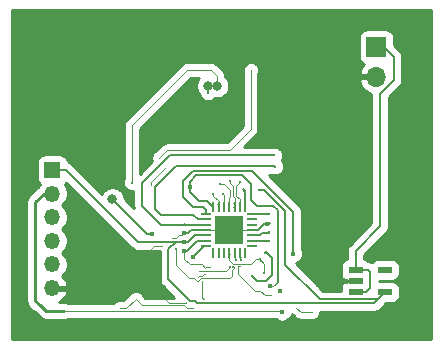
<source format=gbr>
%TF.GenerationSoftware,KiCad,Pcbnew,(5.1.10)-1*%
%TF.CreationDate,2021-12-05T10:22:04+05:30*%
%TF.ProjectId,Libobxis lab,4c69626f-6278-4697-9320-6c61622e6b69,rev?*%
%TF.SameCoordinates,Original*%
%TF.FileFunction,Copper,L2,Bot*%
%TF.FilePolarity,Positive*%
%FSLAX46Y46*%
G04 Gerber Fmt 4.6, Leading zero omitted, Abs format (unit mm)*
G04 Created by KiCad (PCBNEW (5.1.10)-1) date 2021-12-05 10:22:04*
%MOMM*%
%LPD*%
G01*
G04 APERTURE LIST*
%TA.AperFunction,SMDPad,CuDef*%
%ADD10R,2.450000X2.450000*%
%TD*%
%TA.AperFunction,SMDPad,CuDef*%
%ADD11R,0.250000X0.850000*%
%TD*%
%TA.AperFunction,SMDPad,CuDef*%
%ADD12R,0.850000X0.250000*%
%TD*%
%TA.AperFunction,ComponentPad*%
%ADD13O,1.350000X1.350000*%
%TD*%
%TA.AperFunction,ComponentPad*%
%ADD14R,1.350000X1.350000*%
%TD*%
%TA.AperFunction,ComponentPad*%
%ADD15O,1.700000X1.700000*%
%TD*%
%TA.AperFunction,ComponentPad*%
%ADD16R,1.700000X1.700000*%
%TD*%
%TA.AperFunction,SMDPad,CuDef*%
%ADD17R,1.200000X0.600000*%
%TD*%
%TA.AperFunction,ViaPad*%
%ADD18C,0.100000*%
%TD*%
%TA.AperFunction,ViaPad*%
%ADD19C,0.400000*%
%TD*%
%TA.AperFunction,ViaPad*%
%ADD20C,0.200000*%
%TD*%
%TA.AperFunction,ViaPad*%
%ADD21C,0.800000*%
%TD*%
%TA.AperFunction,Conductor*%
%ADD22C,0.200000*%
%TD*%
%TA.AperFunction,Conductor*%
%ADD23C,0.010000*%
%TD*%
%TA.AperFunction,Conductor*%
%ADD24C,0.005000*%
%TD*%
%TA.AperFunction,Conductor*%
%ADD25C,0.030000*%
%TD*%
%TA.AperFunction,Conductor*%
%ADD26C,0.001000*%
%TD*%
%TA.AperFunction,Conductor*%
%ADD27C,0.080000*%
%TD*%
%TA.AperFunction,Conductor*%
%ADD28C,0.100000*%
%TD*%
%TA.AperFunction,Conductor*%
%ADD29C,0.050000*%
%TD*%
%TA.AperFunction,Conductor*%
%ADD30C,0.250000*%
%TD*%
%TA.AperFunction,Conductor*%
%ADD31C,0.254000*%
%TD*%
G04 APERTURE END LIST*
D10*
%TO.P,U2,29*%
%TO.N,GND*%
X128270000Y-68834000D03*
D11*
%TO.P,U2,28*%
%TO.N,Net-(U2-Pad28)*%
X126920000Y-70784000D03*
%TO.P,U2,27*%
%TO.N,Net-(U2-Pad27)*%
X127370000Y-70784000D03*
%TO.P,U2,26*%
%TO.N,Net-(U2-Pad26)*%
X127820000Y-70784000D03*
%TO.P,U2,25*%
%TO.N,RST*%
X128270000Y-70784000D03*
%TO.P,U2,24*%
%TO.N,SCL*%
X128720000Y-70784000D03*
%TO.P,U2,23*%
%TO.N,SDA*%
X129170000Y-70784000D03*
%TO.P,U2,22*%
%TO.N,Net-(U2-Pad22)*%
X129620000Y-70784000D03*
D12*
%TO.P,U2,21*%
%TO.N,Net-(U2-Pad21)*%
X130220000Y-70184000D03*
%TO.P,U2,20*%
%TO.N,GPIO12*%
X130220000Y-69734000D03*
%TO.P,U2,19*%
%TO.N,GPIO11*%
X130220000Y-69284000D03*
%TO.P,U2,18*%
%TO.N,GND*%
X130220000Y-68834000D03*
%TO.P,U2,17*%
%TO.N,Net-(U2-Pad17)*%
X130220000Y-68384000D03*
%TO.P,U2,16*%
%TO.N,Net-(U2-Pad16)*%
X130220000Y-67934000D03*
%TO.P,U2,15*%
%TO.N,SCK*%
X130220000Y-67484000D03*
D11*
%TO.P,U2,14*%
%TO.N,MISO*%
X129620000Y-66884000D03*
%TO.P,U2,13*%
%TO.N,MOSI*%
X129170000Y-66884000D03*
%TO.P,U2,12*%
%TO.N,GPIO10*%
X128720000Y-66884000D03*
%TO.P,U2,11*%
%TO.N,GPIO9*%
X128270000Y-66884000D03*
%TO.P,U2,10*%
%TO.N,GPIO8*%
X127820000Y-66884000D03*
%TO.P,U2,9*%
%TO.N,GPIO7*%
X127370000Y-66884000D03*
%TO.P,U2,8*%
%TO.N,GPIO6*%
X126920000Y-66884000D03*
D12*
%TO.P,U2,7*%
%TO.N,GPIO5*%
X126320000Y-67484000D03*
%TO.P,U2,6*%
%TO.N,GPIO4*%
X126320000Y-67934000D03*
%TO.P,U2,5*%
%TO.N,GPIO3*%
X126320000Y-68384000D03*
%TO.P,U2,4*%
%TO.N,GND*%
X126320000Y-68834000D03*
%TO.P,U2,3*%
%TO.N,VCC*%
X126320000Y-69284000D03*
%TO.P,U2,2*%
%TO.N,GPIO2*%
X126320000Y-69734000D03*
%TO.P,U2,1*%
%TO.N,GPIO1*%
X126320000Y-70184000D03*
%TD*%
D13*
%TO.P,J2,6*%
%TO.N,GND*%
X113284000Y-73754000D03*
%TO.P,J2,5*%
%TO.N,SCK*%
X113284000Y-71754000D03*
%TO.P,J2,4*%
%TO.N,MISO*%
X113284000Y-69754000D03*
%TO.P,J2,3*%
%TO.N,MOSI*%
X113284000Y-67754000D03*
%TO.P,J2,2*%
%TO.N,RST*%
X113284000Y-65754000D03*
D14*
%TO.P,J2,1*%
%TO.N,VCC*%
X113284000Y-63754000D03*
%TD*%
D15*
%TO.P,J1,2*%
%TO.N,GND*%
X140716000Y-55880000D03*
D16*
%TO.P,J1,1*%
%TO.N,Vin*%
X140716000Y-53340000D03*
%TD*%
D17*
%TO.P,IC1,5*%
%TO.N,VCC*%
X141458000Y-74102000D03*
%TO.P,IC1,4*%
%TO.N,Net-(IC1-Pad4)*%
X141458000Y-72202000D03*
%TO.P,IC1,3*%
%TO.N,Vin*%
X138958000Y-72202000D03*
%TO.P,IC1,2*%
%TO.N,GND*%
X138958000Y-73152000D03*
%TO.P,IC1,1*%
%TO.N,Vin*%
X138958000Y-74102000D03*
%TD*%
D18*
%TO.N,*%
X127780000Y-73750000D03*
X127850000Y-73040000D03*
X127870000Y-72810000D03*
%TO.N,GND*%
X125530000Y-74550000D03*
X124660000Y-74930000D03*
X122150000Y-73670000D03*
X121530000Y-71020000D03*
X121860000Y-70220000D03*
X122570000Y-70120000D03*
X123460000Y-69480000D03*
X123990000Y-69260000D03*
%TO.N,GPIO1*%
X122830000Y-65390000D03*
X130130000Y-55300000D03*
X121610000Y-65000000D03*
D19*
X125222000Y-71120000D03*
D18*
X122360000Y-62720000D03*
X122920000Y-63460000D03*
%TO.N,GND*%
X120610000Y-70920000D03*
X118320000Y-71010000D03*
X139360000Y-59780000D03*
X139580000Y-62040000D03*
X135680000Y-73540000D03*
X132760000Y-57820000D03*
X133200000Y-57290000D03*
X137620000Y-73120000D03*
D20*
X131673600Y-68262500D03*
D19*
X124460000Y-69088000D03*
D18*
%TO.N,GPIO2*%
X125620000Y-72810000D03*
X125990000Y-73170000D03*
X126620000Y-71940000D03*
X126190000Y-72480000D03*
X125220000Y-75420000D03*
X126090000Y-74680000D03*
X120350000Y-74650000D03*
D19*
X124460000Y-70612000D03*
D18*
X119040000Y-75416990D03*
D20*
%TO.N,GPIO3*%
X132097780Y-62527180D03*
%TO.N,GPIO4*%
X132181600Y-63469520D03*
D19*
%TO.N,GPIO5*%
X133686790Y-70827900D03*
%TO.N,GPIO6*%
X124932440Y-65186560D03*
X131737100Y-73609200D03*
D20*
%TO.N,GPIO7*%
X126900940Y-65770760D03*
%TO.N,GPIO8*%
X127701040Y-65763140D03*
%TO.N,GPIO9*%
X127508000Y-64973200D03*
%TO.N,GPIO10*%
X128371600Y-64668400D03*
%TO.N,GPIO11*%
X131650740Y-69019420D03*
%TO.N,GPIO12*%
X131605020Y-69778880D03*
D19*
%TO.N,VCC*%
X124460000Y-69850000D03*
D20*
X130801350Y-65432940D03*
D18*
%TO.N,SDA*%
X129170000Y-71900000D03*
X130898900Y-73990200D03*
X135255000Y-75806300D03*
D21*
X126492000Y-56642000D03*
D20*
X129235200Y-71399400D03*
D18*
X131838700Y-74379990D03*
X133921500Y-75400010D03*
D20*
%TO.N,SCL*%
X120002300Y-64820800D03*
X128562100Y-72009000D03*
X128866900Y-71399400D03*
D21*
X127254000Y-56642000D03*
D20*
X123745900Y-70418600D03*
%TO.N,SCK*%
X131653280Y-67477640D03*
%TO.N,MISO*%
X129491740Y-65529460D03*
X131384040Y-70688200D03*
X130215640Y-72765920D03*
%TO.N,MOSI*%
X128333500Y-71932800D03*
X129184400Y-64770000D03*
D21*
X118381780Y-66233040D03*
D19*
X121767600Y-69138800D03*
D18*
X125679200Y-72288400D03*
D19*
%TO.N,RST*%
X132588000Y-73964800D03*
D20*
X131241800Y-72517000D03*
X130848100Y-71323200D03*
D19*
X132740400Y-75750010D03*
%TD*%
D22*
%TO.N,GPIO1*%
X126158000Y-70184000D02*
X125222000Y-71120000D01*
X126320000Y-70184000D02*
X126158000Y-70184000D01*
D23*
X121610000Y-65000000D02*
X121610000Y-64770000D01*
X122800000Y-63580000D02*
X122810000Y-63570000D01*
X121610000Y-64770000D02*
X122800000Y-63580000D01*
X122920000Y-63460000D02*
X122800000Y-63580000D01*
X130100000Y-55330000D02*
X130130000Y-55300000D01*
X130100000Y-60301329D02*
X130100000Y-55330000D01*
X128351329Y-62050000D02*
X130100000Y-60301329D01*
X123030000Y-62050000D02*
X128351329Y-62050000D01*
X122360000Y-62720000D02*
X123030000Y-62050000D01*
D22*
%TO.N,GND*%
X124734002Y-69088000D02*
X124460000Y-69088000D01*
X124988002Y-68834000D02*
X124734002Y-69088000D01*
X126320000Y-68834000D02*
X124988002Y-68834000D01*
X131315803Y-68262500D02*
X131673600Y-68262500D01*
X130744303Y-68834000D02*
X131315803Y-68262500D01*
X130220000Y-68834000D02*
X130744303Y-68834000D01*
X137652000Y-73152000D02*
X137620000Y-73120000D01*
X138958000Y-73152000D02*
X137652000Y-73152000D01*
X132760000Y-57730000D02*
X133200000Y-57290000D01*
X132760000Y-57820000D02*
X132760000Y-57730000D01*
X137264000Y-73540000D02*
X137652000Y-73152000D01*
X135680000Y-73540000D02*
X137264000Y-73540000D01*
D23*
X113284000Y-73754000D02*
X112814000Y-73754000D01*
D24*
X139580000Y-60000000D02*
X139360000Y-59780000D01*
X139580000Y-62040000D02*
X139580000Y-60000000D01*
X120520000Y-71010000D02*
X120610000Y-70920000D01*
X118320000Y-71010000D02*
X120520000Y-71010000D01*
D25*
X126320000Y-68834000D02*
X130220000Y-68834000D01*
D24*
X121530000Y-70550000D02*
X121860000Y-70220000D01*
X121530000Y-71020000D02*
X121530000Y-70550000D01*
X122502510Y-70220000D02*
X122570000Y-70152510D01*
X121860000Y-70220000D02*
X122502510Y-70220000D01*
X123770000Y-69480000D02*
X123990000Y-69260000D01*
X123460000Y-69480000D02*
X123770000Y-69480000D01*
X124288000Y-69260000D02*
X124460000Y-69088000D01*
X123990000Y-69260000D02*
X124288000Y-69260000D01*
X121430000Y-70920000D02*
X121530000Y-71020000D01*
X120610000Y-70920000D02*
X121430000Y-70920000D01*
D26*
X122150000Y-73670000D02*
X122150000Y-74000000D01*
X124585510Y-75004490D02*
X124633258Y-74956742D01*
X123154490Y-75004490D02*
X124585510Y-75004490D01*
X122150000Y-74000000D02*
X123154490Y-75004490D01*
D22*
%TO.N,GPIO2*%
X125571998Y-69734000D02*
X126320000Y-69734000D01*
X124693998Y-70612000D02*
X125571998Y-69734000D01*
X124460000Y-70612000D02*
X124693998Y-70612000D01*
D23*
X119538010Y-75461990D02*
X119040000Y-75461990D01*
X120350000Y-74650000D02*
X119538010Y-75461990D01*
D24*
X124460000Y-70840000D02*
X124440000Y-70860000D01*
X124460000Y-70612000D02*
X124460000Y-70840000D01*
X124460000Y-71249702D02*
X124940298Y-71730000D01*
X124460000Y-70612000D02*
X124460000Y-71249702D01*
X125120000Y-71730000D02*
X125130000Y-71740000D01*
X124940298Y-71730000D02*
X125120000Y-71730000D01*
X125130000Y-71740000D02*
X125920000Y-71740000D01*
X125920000Y-71740000D02*
X126225890Y-72045890D01*
X126331780Y-71940000D02*
X126225890Y-72045890D01*
X126620000Y-71940000D02*
X126331780Y-71940000D01*
X125990000Y-74580000D02*
X125990000Y-73170911D01*
X126090000Y-74680000D02*
X125990000Y-74580000D01*
D26*
X126111090Y-72528910D02*
X126190000Y-72528910D01*
X125951099Y-72688901D02*
X126111090Y-72528910D01*
X125620000Y-72810000D02*
X125690000Y-72740000D01*
X125690000Y-72740000D02*
X125690000Y-72710000D01*
X125701099Y-72698901D02*
X125690000Y-72710000D01*
X125701099Y-72688901D02*
X125701099Y-72698901D01*
X125701099Y-72688901D02*
X125951099Y-72688901D01*
D23*
X125149290Y-75420000D02*
X125220000Y-75420000D01*
X125124290Y-75445000D02*
X125149290Y-75420000D01*
X124685000Y-75445000D02*
X125124290Y-75445000D01*
X124450000Y-75210000D02*
X124685000Y-75445000D01*
X120910000Y-75210000D02*
X124450000Y-75210000D01*
X120350000Y-74650000D02*
X120910000Y-75210000D01*
D22*
%TO.N,GPIO3*%
X124518000Y-68384000D02*
X124460000Y-68326000D01*
X126320000Y-68384000D02*
X124518000Y-68384000D01*
X120886220Y-66802000D02*
X120886220Y-64894460D01*
X124518000Y-68384000D02*
X122468220Y-68384000D01*
X122468220Y-68384000D02*
X120886220Y-66802000D01*
X120886220Y-64894460D02*
X123253500Y-62527180D01*
X123253500Y-62527180D02*
X132097780Y-62527180D01*
%TO.N,GPIO4*%
X123752571Y-63412409D02*
X132124489Y-63412409D01*
X122001280Y-67068700D02*
X122001280Y-65163700D01*
X122496580Y-67564000D02*
X122001280Y-67068700D01*
X125222000Y-67564000D02*
X122496580Y-67564000D01*
X125592000Y-67934000D02*
X125222000Y-67564000D01*
X132124489Y-63412409D02*
X132181600Y-63469520D01*
X122001280Y-65163700D02*
X123752571Y-63412409D01*
X126320000Y-67934000D02*
X125592000Y-67934000D01*
%TO.N,GPIO5*%
X126320000Y-67484000D02*
X126318000Y-67484000D01*
X125216920Y-63812420D02*
X130216832Y-63812420D01*
X124320300Y-64709040D02*
X125216920Y-63812420D01*
X126320000Y-67484000D02*
X126320000Y-67159000D01*
X125171200Y-66890900D02*
X124320300Y-66040000D01*
X124320300Y-66040000D02*
X124320300Y-64709040D01*
X126051900Y-66890900D02*
X125171200Y-66890900D01*
X133686790Y-67282378D02*
X133686790Y-70827900D01*
X130216832Y-63812420D02*
X133686790Y-67282378D01*
X126320000Y-67159000D02*
X126051900Y-66890900D01*
%TO.N,GPIO6*%
X126920000Y-66884000D02*
X126920000Y-66628000D01*
X126920000Y-66884000D02*
X126411280Y-66375280D01*
X126411280Y-66375280D02*
X125679200Y-66375280D01*
X124932440Y-65628520D02*
X124932440Y-65186560D01*
X125679200Y-66375280D02*
X124932440Y-65628520D01*
X132373601Y-67161959D02*
X132373601Y-73219079D01*
X130101340Y-66289641D02*
X130589338Y-66777639D01*
X131989281Y-66777639D02*
X132373601Y-67161959D01*
X130101340Y-64973200D02*
X130101340Y-66289641D01*
X130589338Y-66777639D02*
X131989281Y-66777639D01*
X129340570Y-64212430D02*
X130101340Y-64973200D01*
X125467885Y-64212430D02*
X129340570Y-64212430D01*
X124932440Y-64747875D02*
X125467885Y-64212430D01*
X124932440Y-65186560D02*
X124932440Y-64747875D01*
D27*
X131983480Y-73609200D02*
X132373601Y-73219079D01*
X131737100Y-73609200D02*
X131983480Y-73609200D01*
D22*
%TO.N,GPIO7*%
X127370000Y-66664000D02*
X127345001Y-66639001D01*
X127370000Y-66884000D02*
X127370000Y-66664000D01*
X127370000Y-66686000D02*
X127394999Y-66661001D01*
X127370000Y-66884000D02*
X127370000Y-66686000D01*
X127370000Y-66620820D02*
X127345001Y-66595821D01*
X127370000Y-66884000D02*
X127370000Y-66620820D01*
D28*
X127370000Y-66884000D02*
X127370000Y-66410000D01*
X126900940Y-65940940D02*
X126900940Y-65770760D01*
X127370000Y-66410000D02*
X126900940Y-65940940D01*
D22*
%TO.N,GPIO8*%
X127820000Y-66606000D02*
X127795001Y-66581001D01*
X127820000Y-66884000D02*
X127820000Y-66606000D01*
X127820000Y-66606000D02*
X127844999Y-66581001D01*
D28*
X127820000Y-65882100D02*
X127701040Y-65763140D01*
X127820000Y-66884000D02*
X127820000Y-65882100D01*
D27*
%TO.N,GPIO9*%
X128351041Y-65480961D02*
X128351041Y-65473341D01*
X128351041Y-65473341D02*
X128087041Y-65209341D01*
D23*
X128087041Y-65209341D02*
X128042643Y-65209341D01*
X128042643Y-65209341D02*
X127806502Y-64973200D01*
X127806502Y-64973200D02*
X127508000Y-64973200D01*
D28*
X128270000Y-66884000D02*
X128270000Y-66156182D01*
X128270000Y-66156182D02*
X128351041Y-66075141D01*
X128351041Y-66075141D02*
X128351041Y-65480961D01*
D22*
%TO.N,GPIO10*%
X128720000Y-66884000D02*
X128720000Y-66609380D01*
X128720000Y-66609380D02*
X128695001Y-66584381D01*
X128695001Y-66859001D02*
X128720000Y-66884000D01*
D29*
X128720000Y-66884000D02*
X128720000Y-66132367D01*
D23*
X128371600Y-64852602D02*
X128371600Y-64668400D01*
X128606051Y-65087053D02*
X128371600Y-64852602D01*
X128606051Y-65990134D02*
X128606051Y-65087053D01*
X128720000Y-66104083D02*
X128606051Y-65990134D01*
X128720000Y-66132367D02*
X128720000Y-66104083D01*
D22*
%TO.N,GPIO11*%
X130860002Y-69284000D02*
X130220000Y-69284000D01*
X131065123Y-69078879D02*
X130860002Y-69284000D01*
X131642081Y-69078879D02*
X131065123Y-69078879D01*
X131650740Y-69070220D02*
X131642081Y-69078879D01*
X131650740Y-69019420D02*
X131650740Y-69070220D01*
%TO.N,GPIO12*%
X131560140Y-69734000D02*
X130220000Y-69734000D01*
X131605020Y-69778880D02*
X131560140Y-69734000D01*
%TO.N,VCC*%
X126320000Y-69284000D02*
X125280000Y-69284000D01*
X125280000Y-69304002D02*
X124734002Y-69850000D01*
X124734002Y-69850000D02*
X124460000Y-69850000D01*
X125280000Y-69284000D02*
X125280000Y-69304002D01*
X140857999Y-74702001D02*
X141458000Y-74102000D01*
X140857999Y-74702001D02*
X135923939Y-74702001D01*
X132986780Y-67195700D02*
X131224020Y-65432940D01*
X131224020Y-65432940D02*
X130801350Y-65432940D01*
X135923939Y-74702001D02*
X132986780Y-71764842D01*
X132986780Y-71764842D02*
X132986780Y-67195700D01*
X113284000Y-63754000D02*
X114429540Y-63754000D01*
X120525540Y-69850000D02*
X124460000Y-69850000D01*
X114429540Y-63754000D02*
X120525540Y-69850000D01*
X140857999Y-74702001D02*
X140520000Y-75040000D01*
X123121420Y-70477380D02*
X123748800Y-69850000D01*
X125520001Y-75040000D02*
X125520001Y-75031999D01*
X140520000Y-75040000D02*
X125520001Y-75040000D01*
X124976749Y-74875249D02*
X123121420Y-73019920D01*
X125338001Y-74849999D02*
X125001999Y-74849999D01*
X123748800Y-69850000D02*
X124460000Y-69850000D01*
X123121420Y-73019920D02*
X123121420Y-70477380D01*
X125001999Y-74849999D02*
X124976749Y-74875249D01*
X125520001Y-75031999D02*
X125338001Y-74849999D01*
%TO.N,Vin*%
X138958000Y-74102000D02*
X139837120Y-74102000D01*
X139837120Y-74102000D02*
X140172440Y-73766680D01*
X140172440Y-73766680D02*
X140172440Y-72379840D01*
X139994600Y-72202000D02*
X138958000Y-72202000D01*
X140172440Y-72379840D02*
X139994600Y-72202000D01*
X138958000Y-72202000D02*
X138958000Y-70609780D01*
X138958000Y-70609780D02*
X141043660Y-68524120D01*
X141043660Y-68524120D02*
X141043660Y-57279540D01*
X141043660Y-57279540D02*
X142176500Y-56146700D01*
X142176500Y-56146700D02*
X142176500Y-54183280D01*
X141333220Y-53340000D02*
X140716000Y-53340000D01*
X142176500Y-54183280D02*
X141333220Y-53340000D01*
%TO.N,SDA*%
X126492000Y-56642000D02*
X126492000Y-57207685D01*
D23*
X129170000Y-71004000D02*
X129289999Y-71123999D01*
X129170000Y-70784000D02*
X129170000Y-71004000D01*
X129209800Y-71399400D02*
X129170000Y-71359600D01*
X129235200Y-71399400D02*
X129209800Y-71399400D01*
X129170000Y-71359600D02*
X129170000Y-70784000D01*
D24*
X130898900Y-73990200D02*
X130454400Y-73990200D01*
X130454400Y-73990200D02*
X129032000Y-72567800D01*
X129032000Y-72567800D02*
X129032000Y-71911911D01*
X129032000Y-71911911D02*
X129170000Y-71911911D01*
X130898900Y-73990200D02*
X131288690Y-74379990D01*
X134327790Y-75806300D02*
X133921500Y-75400010D01*
X135255000Y-75806300D02*
X134327790Y-75806300D01*
X131288690Y-74379990D02*
X131838700Y-74379990D01*
D27*
%TO.N,SCL*%
X120002300Y-64820800D02*
X120002300Y-59982100D01*
X120002300Y-59982100D02*
X124726700Y-55257700D01*
X124726700Y-55257700D02*
X126695200Y-55257700D01*
X127254000Y-55816500D02*
X127254000Y-56642000D01*
X126695200Y-55257700D02*
X127254000Y-55816500D01*
D25*
X128366599Y-72928401D02*
X128535001Y-72759999D01*
X128648501Y-72084001D02*
X128648501Y-72009000D01*
X128535001Y-72197501D02*
X128648501Y-72084001D01*
X128535001Y-72759999D02*
X128535001Y-72197501D01*
D24*
X128720000Y-71252500D02*
X128720000Y-70784000D01*
X128866900Y-71399400D02*
X128720000Y-71252500D01*
X123745900Y-70418600D02*
X123745900Y-71807590D01*
X123745900Y-71807590D02*
X124864155Y-72925845D01*
X124864155Y-72925845D02*
X124866711Y-72928401D01*
X127368401Y-72928401D02*
X128366599Y-72928401D01*
X127357499Y-72917499D02*
X127368401Y-72928401D01*
X125868799Y-72917499D02*
X127357499Y-72917499D01*
X125606298Y-73180000D02*
X125868799Y-72917499D01*
X125530000Y-73180000D02*
X125606298Y-73180000D01*
X125275845Y-72925845D02*
X125530000Y-73180000D01*
X124864155Y-72925845D02*
X125275845Y-72925845D01*
D22*
%TO.N,SCK*%
X130226360Y-67477640D02*
X130220000Y-67484000D01*
X131653280Y-67477640D02*
X130226360Y-67477640D01*
%TO.N,MISO*%
X129620000Y-65560170D02*
X129401330Y-65341500D01*
X131325620Y-70746620D02*
X131384040Y-70688200D01*
X129620000Y-65657720D02*
X129491740Y-65529460D01*
X129620000Y-66884000D02*
X129620000Y-65657720D01*
X130615639Y-73165919D02*
X131354881Y-73165919D01*
X130215640Y-72765920D02*
X130615639Y-73165919D01*
X131400001Y-73140801D02*
X131927600Y-72613202D01*
X131379999Y-73140801D02*
X131400001Y-73140801D01*
X131354881Y-73165919D02*
X131379999Y-73140801D01*
X131927600Y-71231760D02*
X131384040Y-70688200D01*
X131927600Y-72613202D02*
X131927600Y-71231760D01*
%TO.N,MOSI*%
X129170000Y-66711400D02*
X129145001Y-66686401D01*
X129170000Y-66884000D02*
X129170000Y-66711400D01*
X129170000Y-66641140D02*
X129145001Y-66616141D01*
X129170000Y-66884000D02*
X129170000Y-66641140D01*
D29*
X129170000Y-66884000D02*
X129170000Y-66228800D01*
X129170000Y-66228800D02*
X128866739Y-65925539D01*
X128866739Y-65087661D02*
X129184400Y-64770000D01*
X128866739Y-65925539D02*
X128866739Y-65087661D01*
D22*
X121287540Y-69138800D02*
X121767600Y-69138800D01*
X118381780Y-66233040D02*
X121287540Y-69138800D01*
D27*
X125679200Y-72288400D02*
X127977900Y-72288400D01*
X127977900Y-72288400D02*
X128333500Y-71932800D01*
D30*
%TO.N,RST*%
X112554000Y-65754000D02*
X113284000Y-65754000D01*
X111856010Y-66451990D02*
X112554000Y-65754000D01*
X114300000Y-75692000D02*
X112776000Y-75692000D01*
X114300000Y-75692000D02*
X114046000Y-75692000D01*
X112776000Y-75692000D02*
X112268000Y-75184000D01*
X112206020Y-75184000D02*
X111856010Y-74833990D01*
X112268000Y-75184000D02*
X112206020Y-75184000D01*
X111856010Y-74833990D02*
X111856010Y-66451990D01*
D23*
X128320800Y-70834800D02*
X128270000Y-70784000D01*
D27*
X131241800Y-71716900D02*
X130848100Y-71323200D01*
X131241800Y-72517000D02*
X131241800Y-71716900D01*
D23*
X130848100Y-71323200D02*
X130848100Y-71462900D01*
X130517900Y-71323200D02*
X130848100Y-71323200D01*
X130136699Y-71704401D02*
X130517900Y-71323200D01*
X128562301Y-71704401D02*
X130136699Y-71704401D01*
X128270000Y-71412100D02*
X128562301Y-71704401D01*
X128270000Y-70784000D02*
X128270000Y-71412100D01*
X128270000Y-71412100D02*
X128270000Y-71417898D01*
D29*
X114300000Y-75692000D02*
X132682390Y-75692000D01*
X132682390Y-75692000D02*
X132740400Y-75750010D01*
%TD*%
D31*
%TO.N,GND*%
X145390000Y-78080000D02*
X109880000Y-78080000D01*
X109880000Y-66451990D01*
X111092334Y-66451990D01*
X111096011Y-66489322D01*
X111096010Y-74796668D01*
X111092334Y-74833990D01*
X111096010Y-74871312D01*
X111096010Y-74871322D01*
X111107007Y-74982975D01*
X111140237Y-75092521D01*
X111150464Y-75126236D01*
X111221036Y-75258266D01*
X111244650Y-75287039D01*
X111316009Y-75373991D01*
X111345013Y-75397794D01*
X111642216Y-75694997D01*
X111666019Y-75724001D01*
X111781744Y-75818974D01*
X111881487Y-75872289D01*
X112212200Y-76203002D01*
X112235999Y-76232001D01*
X112351724Y-76326974D01*
X112483753Y-76397546D01*
X112627014Y-76441003D01*
X112738667Y-76452000D01*
X112738676Y-76452000D01*
X112775999Y-76455676D01*
X112813322Y-76452000D01*
X114337333Y-76452000D01*
X114448986Y-76441003D01*
X114592247Y-76397546D01*
X114677456Y-76352000D01*
X132161522Y-76352000D01*
X132208119Y-76398597D01*
X132344879Y-76489977D01*
X132496840Y-76552921D01*
X132658160Y-76585010D01*
X132822640Y-76585010D01*
X132983960Y-76552921D01*
X133135921Y-76489977D01*
X133272681Y-76398597D01*
X133388987Y-76282291D01*
X133480367Y-76145531D01*
X133543311Y-75993570D01*
X133547247Y-75973784D01*
X133597031Y-76007049D01*
X133648155Y-76028225D01*
X133854866Y-76234936D01*
X133874829Y-76259261D01*
X133971901Y-76338926D01*
X134082649Y-76398122D01*
X134202818Y-76434575D01*
X134296478Y-76443800D01*
X134296486Y-76443800D01*
X134327790Y-76446883D01*
X134359094Y-76443800D01*
X135004071Y-76443800D01*
X135055193Y-76464975D01*
X135187533Y-76491300D01*
X135322467Y-76491300D01*
X135454807Y-76464975D01*
X135579469Y-76413339D01*
X135691662Y-76338374D01*
X135787074Y-76242962D01*
X135862039Y-76130769D01*
X135913675Y-76006107D01*
X135940000Y-75873767D01*
X135940000Y-75775000D01*
X140483895Y-75775000D01*
X140520000Y-75778556D01*
X140556105Y-75775000D01*
X140664085Y-75764365D01*
X140802633Y-75722337D01*
X140930320Y-75654087D01*
X141042238Y-75562238D01*
X141065259Y-75534187D01*
X141352186Y-75247260D01*
X141380237Y-75224239D01*
X141403257Y-75196189D01*
X141559374Y-75040072D01*
X142058000Y-75040072D01*
X142182482Y-75027812D01*
X142302180Y-74991502D01*
X142412494Y-74932537D01*
X142509185Y-74853185D01*
X142588537Y-74756494D01*
X142647502Y-74646180D01*
X142683812Y-74526482D01*
X142696072Y-74402000D01*
X142696072Y-73802000D01*
X142683812Y-73677518D01*
X142647502Y-73557820D01*
X142588537Y-73447506D01*
X142509185Y-73350815D01*
X142412494Y-73271463D01*
X142302180Y-73212498D01*
X142182482Y-73176188D01*
X142058000Y-73163928D01*
X140907440Y-73163928D01*
X140907440Y-73140072D01*
X142058000Y-73140072D01*
X142182482Y-73127812D01*
X142302180Y-73091502D01*
X142412494Y-73032537D01*
X142509185Y-72953185D01*
X142588537Y-72856494D01*
X142647502Y-72746180D01*
X142683812Y-72626482D01*
X142696072Y-72502000D01*
X142696072Y-71902000D01*
X142683812Y-71777518D01*
X142647502Y-71657820D01*
X142588537Y-71547506D01*
X142509185Y-71450815D01*
X142412494Y-71371463D01*
X142302180Y-71312498D01*
X142182482Y-71276188D01*
X142058000Y-71263928D01*
X140858000Y-71263928D01*
X140733518Y-71276188D01*
X140613820Y-71312498D01*
X140503506Y-71371463D01*
X140406815Y-71450815D01*
X140328030Y-71546815D01*
X140277233Y-71519663D01*
X140138685Y-71477635D01*
X140030705Y-71467000D01*
X140021743Y-71466117D01*
X140009185Y-71450815D01*
X139912494Y-71371463D01*
X139802180Y-71312498D01*
X139693000Y-71279379D01*
X139693000Y-70914226D01*
X141537857Y-69069370D01*
X141565897Y-69046358D01*
X141588910Y-69018317D01*
X141588913Y-69018314D01*
X141657747Y-68934440D01*
X141725997Y-68806754D01*
X141768025Y-68668205D01*
X141782216Y-68524120D01*
X141778660Y-68488015D01*
X141778660Y-57583986D01*
X142670697Y-56691950D01*
X142698737Y-56668938D01*
X142721750Y-56640897D01*
X142721753Y-56640894D01*
X142790587Y-56557020D01*
X142858837Y-56429334D01*
X142900865Y-56290785D01*
X142915056Y-56146700D01*
X142911500Y-56110595D01*
X142911500Y-54219384D01*
X142915056Y-54183279D01*
X142900865Y-54039194D01*
X142875048Y-53954087D01*
X142858837Y-53900647D01*
X142790587Y-53772960D01*
X142698738Y-53661042D01*
X142670693Y-53638026D01*
X142204072Y-53171406D01*
X142204072Y-52490000D01*
X142191812Y-52365518D01*
X142155502Y-52245820D01*
X142096537Y-52135506D01*
X142017185Y-52038815D01*
X141920494Y-51959463D01*
X141810180Y-51900498D01*
X141690482Y-51864188D01*
X141566000Y-51851928D01*
X139866000Y-51851928D01*
X139741518Y-51864188D01*
X139621820Y-51900498D01*
X139511506Y-51959463D01*
X139414815Y-52038815D01*
X139335463Y-52135506D01*
X139276498Y-52245820D01*
X139240188Y-52365518D01*
X139227928Y-52490000D01*
X139227928Y-54190000D01*
X139240188Y-54314482D01*
X139276498Y-54434180D01*
X139335463Y-54544494D01*
X139414815Y-54641185D01*
X139511506Y-54720537D01*
X139621820Y-54779502D01*
X139702466Y-54803966D01*
X139618412Y-54879731D01*
X139444359Y-55113080D01*
X139319175Y-55375901D01*
X139274524Y-55523110D01*
X139395845Y-55753000D01*
X140589000Y-55753000D01*
X140589000Y-55733000D01*
X140843000Y-55733000D01*
X140843000Y-55753000D01*
X140863000Y-55753000D01*
X140863000Y-56007000D01*
X140843000Y-56007000D01*
X140843000Y-56027000D01*
X140589000Y-56027000D01*
X140589000Y-56007000D01*
X139395845Y-56007000D01*
X139274524Y-56236890D01*
X139319175Y-56384099D01*
X139444359Y-56646920D01*
X139618412Y-56880269D01*
X139834645Y-57075178D01*
X140084748Y-57224157D01*
X140307429Y-57303149D01*
X140308661Y-57315655D01*
X140308660Y-68219673D01*
X138463808Y-70064526D01*
X138435763Y-70087542D01*
X138343914Y-70199460D01*
X138284730Y-70310185D01*
X138275664Y-70327147D01*
X138233635Y-70465695D01*
X138219444Y-70609780D01*
X138223001Y-70645895D01*
X138223001Y-71279378D01*
X138113820Y-71312498D01*
X138003506Y-71371463D01*
X137906815Y-71450815D01*
X137827463Y-71547506D01*
X137768498Y-71657820D01*
X137732188Y-71777518D01*
X137719928Y-71902000D01*
X137719928Y-72502000D01*
X137732188Y-72626482D01*
X137747512Y-72677000D01*
X137732188Y-72727518D01*
X137719928Y-72852000D01*
X137723000Y-72866250D01*
X137881750Y-73025000D01*
X137994322Y-73025000D01*
X138003506Y-73032537D01*
X138113820Y-73091502D01*
X138233518Y-73127812D01*
X138358000Y-73140072D01*
X139105000Y-73140072D01*
X139105000Y-73163928D01*
X138358000Y-73163928D01*
X138233518Y-73176188D01*
X138113820Y-73212498D01*
X138003506Y-73271463D01*
X137994322Y-73279000D01*
X137881750Y-73279000D01*
X137723000Y-73437750D01*
X137719928Y-73452000D01*
X137732188Y-73576482D01*
X137747512Y-73627000D01*
X137732188Y-73677518D01*
X137719928Y-73802000D01*
X137719928Y-73967001D01*
X136228386Y-73967001D01*
X133898526Y-71637141D01*
X133930350Y-71630811D01*
X134082311Y-71567867D01*
X134219071Y-71476487D01*
X134335377Y-71360181D01*
X134426757Y-71223421D01*
X134489701Y-71071460D01*
X134521790Y-70910140D01*
X134521790Y-70745660D01*
X134489701Y-70584340D01*
X134426757Y-70432379D01*
X134421790Y-70424945D01*
X134421790Y-67318483D01*
X134425346Y-67282378D01*
X134411155Y-67138293D01*
X134369127Y-66999744D01*
X134300877Y-66872058D01*
X134232043Y-66788184D01*
X134232040Y-66788181D01*
X134209027Y-66760140D01*
X134180987Y-66737128D01*
X131591267Y-64147409D01*
X131890647Y-64147409D01*
X131898967Y-64151856D01*
X131933684Y-64162388D01*
X131967209Y-64176274D01*
X132002795Y-64183353D01*
X132037515Y-64193885D01*
X132073620Y-64197441D01*
X132109209Y-64204520D01*
X132145502Y-64204520D01*
X132181599Y-64208075D01*
X132217696Y-64204520D01*
X132253991Y-64204520D01*
X132289581Y-64197441D01*
X132325684Y-64193885D01*
X132360402Y-64183353D01*
X132395991Y-64176274D01*
X132429517Y-64162387D01*
X132464233Y-64151856D01*
X132496226Y-64134755D01*
X132529753Y-64120868D01*
X132559930Y-64100705D01*
X132591919Y-64083606D01*
X132619954Y-64060598D01*
X132650135Y-64040432D01*
X132675803Y-64014764D01*
X132703837Y-63991757D01*
X132726844Y-63963723D01*
X132752512Y-63938055D01*
X132772678Y-63907874D01*
X132795686Y-63879839D01*
X132812785Y-63847850D01*
X132832948Y-63817673D01*
X132846835Y-63784146D01*
X132863936Y-63752153D01*
X132874467Y-63717437D01*
X132888354Y-63683911D01*
X132895433Y-63648322D01*
X132905965Y-63613604D01*
X132909521Y-63577501D01*
X132916600Y-63541911D01*
X132916600Y-63505616D01*
X132920155Y-63469519D01*
X132916600Y-63433422D01*
X132916600Y-63397129D01*
X132909521Y-63361540D01*
X132905965Y-63325435D01*
X132895433Y-63290715D01*
X132888354Y-63255129D01*
X132874468Y-63221604D01*
X132863936Y-63186887D01*
X132846835Y-63154893D01*
X132832948Y-63121367D01*
X132812787Y-63091193D01*
X132795686Y-63059200D01*
X132772674Y-63031160D01*
X132752512Y-63000985D01*
X132701572Y-62950045D01*
X132711867Y-62937500D01*
X132728972Y-62905499D01*
X132749128Y-62875333D01*
X132763012Y-62841815D01*
X132780117Y-62809813D01*
X132790650Y-62775089D01*
X132804534Y-62741571D01*
X132811612Y-62705987D01*
X132822145Y-62671265D01*
X132825701Y-62635158D01*
X132832780Y-62599571D01*
X132832780Y-62563285D01*
X132836336Y-62527180D01*
X132832780Y-62491075D01*
X132832780Y-62454789D01*
X132825701Y-62419202D01*
X132822145Y-62383095D01*
X132811612Y-62348373D01*
X132804534Y-62312789D01*
X132790650Y-62279271D01*
X132780117Y-62244547D01*
X132763012Y-62212545D01*
X132749128Y-62179027D01*
X132728972Y-62148861D01*
X132711867Y-62116860D01*
X132688850Y-62088814D01*
X132668692Y-62058645D01*
X132643034Y-62032987D01*
X132620018Y-62004942D01*
X132591973Y-61981926D01*
X132566315Y-61956268D01*
X132536146Y-61936110D01*
X132508100Y-61913093D01*
X132476099Y-61895988D01*
X132445933Y-61875832D01*
X132412415Y-61861948D01*
X132380413Y-61844843D01*
X132345689Y-61834310D01*
X132312171Y-61820426D01*
X132276587Y-61813348D01*
X132241865Y-61802815D01*
X132205758Y-61799259D01*
X132170171Y-61792180D01*
X129514245Y-61792180D01*
X130530320Y-60776106D01*
X130554738Y-60756067D01*
X130634715Y-60658614D01*
X130694143Y-60547431D01*
X130730739Y-60426791D01*
X130740000Y-60332763D01*
X130740000Y-60332762D01*
X130743096Y-60301330D01*
X130740000Y-60269896D01*
X130740000Y-55617320D01*
X130788675Y-55499807D01*
X130815000Y-55367467D01*
X130815000Y-55232533D01*
X130788675Y-55100193D01*
X130737039Y-54975531D01*
X130662074Y-54863338D01*
X130566662Y-54767926D01*
X130454469Y-54692961D01*
X130329807Y-54641325D01*
X130197467Y-54615000D01*
X130062533Y-54615000D01*
X129930193Y-54641325D01*
X129805531Y-54692961D01*
X129693338Y-54767926D01*
X129597926Y-54863338D01*
X129522961Y-54975531D01*
X129471325Y-55100193D01*
X129445000Y-55232533D01*
X129445000Y-55367467D01*
X129460001Y-55442879D01*
X129460000Y-60036232D01*
X128086233Y-61410000D01*
X123061433Y-61410000D01*
X123029999Y-61406904D01*
X122904537Y-61419261D01*
X122867941Y-61430363D01*
X122783898Y-61455857D01*
X122672715Y-61515285D01*
X122575262Y-61595262D01*
X122555224Y-61619679D01*
X122080618Y-62094286D01*
X122035531Y-62112961D01*
X121923338Y-62187926D01*
X121827926Y-62283338D01*
X121752961Y-62395531D01*
X121701325Y-62520193D01*
X121675000Y-62652533D01*
X121675000Y-62787467D01*
X121701325Y-62919807D01*
X121736502Y-63004732D01*
X120677300Y-64063934D01*
X120677300Y-60261694D01*
X125006294Y-55932700D01*
X125737589Y-55932700D01*
X125688063Y-55982226D01*
X125574795Y-56151744D01*
X125496774Y-56340102D01*
X125457000Y-56540061D01*
X125457000Y-56743939D01*
X125496774Y-56943898D01*
X125574795Y-57132256D01*
X125688063Y-57301774D01*
X125780513Y-57394224D01*
X125809663Y-57490318D01*
X125877914Y-57618005D01*
X125969763Y-57729923D01*
X126081681Y-57821772D01*
X126209368Y-57890022D01*
X126347916Y-57932050D01*
X126492000Y-57946241D01*
X126636085Y-57932050D01*
X126774633Y-57890022D01*
X126902320Y-57821772D01*
X127014238Y-57729923D01*
X127070917Y-57660860D01*
X127152061Y-57677000D01*
X127355939Y-57677000D01*
X127555898Y-57637226D01*
X127744256Y-57559205D01*
X127913774Y-57445937D01*
X128057937Y-57301774D01*
X128171205Y-57132256D01*
X128249226Y-56943898D01*
X128289000Y-56743939D01*
X128289000Y-56540061D01*
X128249226Y-56340102D01*
X128171205Y-56151744D01*
X128057937Y-55982226D01*
X127929000Y-55853289D01*
X127929000Y-55849652D01*
X127932265Y-55816500D01*
X127929000Y-55783348D01*
X127929000Y-55783341D01*
X127919233Y-55684177D01*
X127911076Y-55657285D01*
X127880636Y-55556939D01*
X127817958Y-55439676D01*
X127777208Y-55390023D01*
X127754744Y-55362650D01*
X127754738Y-55362644D01*
X127733605Y-55336894D01*
X127707857Y-55315763D01*
X127195942Y-54803848D01*
X127174806Y-54778094D01*
X127072024Y-54693742D01*
X126954761Y-54631064D01*
X126827523Y-54592467D01*
X126728359Y-54582700D01*
X126728352Y-54582700D01*
X126695200Y-54579435D01*
X126662048Y-54582700D01*
X124759852Y-54582700D01*
X124726700Y-54579435D01*
X124693548Y-54582700D01*
X124693541Y-54582700D01*
X124606892Y-54591234D01*
X124594376Y-54592467D01*
X124520095Y-54615000D01*
X124467139Y-54631064D01*
X124349876Y-54693742D01*
X124247094Y-54778094D01*
X124225958Y-54803848D01*
X119548443Y-59481363D01*
X119522695Y-59502494D01*
X119501564Y-59528242D01*
X119501556Y-59528250D01*
X119438343Y-59605276D01*
X119375665Y-59722539D01*
X119337067Y-59849777D01*
X119324035Y-59982100D01*
X119327301Y-60015262D01*
X119327300Y-64529748D01*
X119295546Y-64606409D01*
X119267300Y-64748409D01*
X119267300Y-64893191D01*
X119295546Y-65035191D01*
X119350952Y-65168953D01*
X119431388Y-65289335D01*
X119533765Y-65391712D01*
X119654147Y-65472148D01*
X119787909Y-65527554D01*
X119929909Y-65555800D01*
X120074691Y-65555800D01*
X120151221Y-65540577D01*
X120151220Y-66765895D01*
X120147664Y-66802000D01*
X120161855Y-66946085D01*
X120164682Y-66955403D01*
X120173866Y-66985680D01*
X119416780Y-66228594D01*
X119416780Y-66131101D01*
X119377006Y-65931142D01*
X119298985Y-65742784D01*
X119185717Y-65573266D01*
X119041554Y-65429103D01*
X118872036Y-65315835D01*
X118683678Y-65237814D01*
X118483719Y-65198040D01*
X118279841Y-65198040D01*
X118079882Y-65237814D01*
X117891524Y-65315835D01*
X117722006Y-65429103D01*
X117577843Y-65573266D01*
X117464575Y-65742784D01*
X117462582Y-65747596D01*
X114974799Y-63259813D01*
X114951778Y-63231762D01*
X114839860Y-63139913D01*
X114712173Y-63071663D01*
X114592782Y-63035446D01*
X114584812Y-62954518D01*
X114548502Y-62834820D01*
X114489537Y-62724506D01*
X114410185Y-62627815D01*
X114313494Y-62548463D01*
X114203180Y-62489498D01*
X114083482Y-62453188D01*
X113959000Y-62440928D01*
X112609000Y-62440928D01*
X112484518Y-62453188D01*
X112364820Y-62489498D01*
X112254506Y-62548463D01*
X112157815Y-62627815D01*
X112078463Y-62724506D01*
X112019498Y-62834820D01*
X111983188Y-62954518D01*
X111970928Y-63079000D01*
X111970928Y-64429000D01*
X111983188Y-64553482D01*
X112019498Y-64673180D01*
X112078463Y-64783494D01*
X112157815Y-64880185D01*
X112244697Y-64951487D01*
X112134435Y-65116507D01*
X112129723Y-65119026D01*
X112058969Y-65177093D01*
X112013999Y-65213999D01*
X111990201Y-65242998D01*
X111345008Y-65888191D01*
X111316010Y-65911989D01*
X111292212Y-65940987D01*
X111292211Y-65940988D01*
X111221036Y-66027714D01*
X111150464Y-66159744D01*
X111125329Y-66242607D01*
X111107008Y-66303004D01*
X111096470Y-66409999D01*
X111092334Y-66451990D01*
X109880000Y-66451990D01*
X109880000Y-50190000D01*
X145390001Y-50190000D01*
X145390000Y-78080000D01*
%TA.AperFunction,Conductor*%
D28*
G36*
X145390000Y-78080000D02*
G01*
X109880000Y-78080000D01*
X109880000Y-66451990D01*
X111092334Y-66451990D01*
X111096011Y-66489322D01*
X111096010Y-74796668D01*
X111092334Y-74833990D01*
X111096010Y-74871312D01*
X111096010Y-74871322D01*
X111107007Y-74982975D01*
X111140237Y-75092521D01*
X111150464Y-75126236D01*
X111221036Y-75258266D01*
X111244650Y-75287039D01*
X111316009Y-75373991D01*
X111345013Y-75397794D01*
X111642216Y-75694997D01*
X111666019Y-75724001D01*
X111781744Y-75818974D01*
X111881487Y-75872289D01*
X112212200Y-76203002D01*
X112235999Y-76232001D01*
X112351724Y-76326974D01*
X112483753Y-76397546D01*
X112627014Y-76441003D01*
X112738667Y-76452000D01*
X112738676Y-76452000D01*
X112775999Y-76455676D01*
X112813322Y-76452000D01*
X114337333Y-76452000D01*
X114448986Y-76441003D01*
X114592247Y-76397546D01*
X114677456Y-76352000D01*
X132161522Y-76352000D01*
X132208119Y-76398597D01*
X132344879Y-76489977D01*
X132496840Y-76552921D01*
X132658160Y-76585010D01*
X132822640Y-76585010D01*
X132983960Y-76552921D01*
X133135921Y-76489977D01*
X133272681Y-76398597D01*
X133388987Y-76282291D01*
X133480367Y-76145531D01*
X133543311Y-75993570D01*
X133547247Y-75973784D01*
X133597031Y-76007049D01*
X133648155Y-76028225D01*
X133854866Y-76234936D01*
X133874829Y-76259261D01*
X133971901Y-76338926D01*
X134082649Y-76398122D01*
X134202818Y-76434575D01*
X134296478Y-76443800D01*
X134296486Y-76443800D01*
X134327790Y-76446883D01*
X134359094Y-76443800D01*
X135004071Y-76443800D01*
X135055193Y-76464975D01*
X135187533Y-76491300D01*
X135322467Y-76491300D01*
X135454807Y-76464975D01*
X135579469Y-76413339D01*
X135691662Y-76338374D01*
X135787074Y-76242962D01*
X135862039Y-76130769D01*
X135913675Y-76006107D01*
X135940000Y-75873767D01*
X135940000Y-75775000D01*
X140483895Y-75775000D01*
X140520000Y-75778556D01*
X140556105Y-75775000D01*
X140664085Y-75764365D01*
X140802633Y-75722337D01*
X140930320Y-75654087D01*
X141042238Y-75562238D01*
X141065259Y-75534187D01*
X141352186Y-75247260D01*
X141380237Y-75224239D01*
X141403257Y-75196189D01*
X141559374Y-75040072D01*
X142058000Y-75040072D01*
X142182482Y-75027812D01*
X142302180Y-74991502D01*
X142412494Y-74932537D01*
X142509185Y-74853185D01*
X142588537Y-74756494D01*
X142647502Y-74646180D01*
X142683812Y-74526482D01*
X142696072Y-74402000D01*
X142696072Y-73802000D01*
X142683812Y-73677518D01*
X142647502Y-73557820D01*
X142588537Y-73447506D01*
X142509185Y-73350815D01*
X142412494Y-73271463D01*
X142302180Y-73212498D01*
X142182482Y-73176188D01*
X142058000Y-73163928D01*
X140907440Y-73163928D01*
X140907440Y-73140072D01*
X142058000Y-73140072D01*
X142182482Y-73127812D01*
X142302180Y-73091502D01*
X142412494Y-73032537D01*
X142509185Y-72953185D01*
X142588537Y-72856494D01*
X142647502Y-72746180D01*
X142683812Y-72626482D01*
X142696072Y-72502000D01*
X142696072Y-71902000D01*
X142683812Y-71777518D01*
X142647502Y-71657820D01*
X142588537Y-71547506D01*
X142509185Y-71450815D01*
X142412494Y-71371463D01*
X142302180Y-71312498D01*
X142182482Y-71276188D01*
X142058000Y-71263928D01*
X140858000Y-71263928D01*
X140733518Y-71276188D01*
X140613820Y-71312498D01*
X140503506Y-71371463D01*
X140406815Y-71450815D01*
X140328030Y-71546815D01*
X140277233Y-71519663D01*
X140138685Y-71477635D01*
X140030705Y-71467000D01*
X140021743Y-71466117D01*
X140009185Y-71450815D01*
X139912494Y-71371463D01*
X139802180Y-71312498D01*
X139693000Y-71279379D01*
X139693000Y-70914226D01*
X141537857Y-69069370D01*
X141565897Y-69046358D01*
X141588910Y-69018317D01*
X141588913Y-69018314D01*
X141657747Y-68934440D01*
X141725997Y-68806754D01*
X141768025Y-68668205D01*
X141782216Y-68524120D01*
X141778660Y-68488015D01*
X141778660Y-57583986D01*
X142670697Y-56691950D01*
X142698737Y-56668938D01*
X142721750Y-56640897D01*
X142721753Y-56640894D01*
X142790587Y-56557020D01*
X142858837Y-56429334D01*
X142900865Y-56290785D01*
X142915056Y-56146700D01*
X142911500Y-56110595D01*
X142911500Y-54219384D01*
X142915056Y-54183279D01*
X142900865Y-54039194D01*
X142875048Y-53954087D01*
X142858837Y-53900647D01*
X142790587Y-53772960D01*
X142698738Y-53661042D01*
X142670693Y-53638026D01*
X142204072Y-53171406D01*
X142204072Y-52490000D01*
X142191812Y-52365518D01*
X142155502Y-52245820D01*
X142096537Y-52135506D01*
X142017185Y-52038815D01*
X141920494Y-51959463D01*
X141810180Y-51900498D01*
X141690482Y-51864188D01*
X141566000Y-51851928D01*
X139866000Y-51851928D01*
X139741518Y-51864188D01*
X139621820Y-51900498D01*
X139511506Y-51959463D01*
X139414815Y-52038815D01*
X139335463Y-52135506D01*
X139276498Y-52245820D01*
X139240188Y-52365518D01*
X139227928Y-52490000D01*
X139227928Y-54190000D01*
X139240188Y-54314482D01*
X139276498Y-54434180D01*
X139335463Y-54544494D01*
X139414815Y-54641185D01*
X139511506Y-54720537D01*
X139621820Y-54779502D01*
X139702466Y-54803966D01*
X139618412Y-54879731D01*
X139444359Y-55113080D01*
X139319175Y-55375901D01*
X139274524Y-55523110D01*
X139395845Y-55753000D01*
X140589000Y-55753000D01*
X140589000Y-55733000D01*
X140843000Y-55733000D01*
X140843000Y-55753000D01*
X140863000Y-55753000D01*
X140863000Y-56007000D01*
X140843000Y-56007000D01*
X140843000Y-56027000D01*
X140589000Y-56027000D01*
X140589000Y-56007000D01*
X139395845Y-56007000D01*
X139274524Y-56236890D01*
X139319175Y-56384099D01*
X139444359Y-56646920D01*
X139618412Y-56880269D01*
X139834645Y-57075178D01*
X140084748Y-57224157D01*
X140307429Y-57303149D01*
X140308661Y-57315655D01*
X140308660Y-68219673D01*
X138463808Y-70064526D01*
X138435763Y-70087542D01*
X138343914Y-70199460D01*
X138284730Y-70310185D01*
X138275664Y-70327147D01*
X138233635Y-70465695D01*
X138219444Y-70609780D01*
X138223001Y-70645895D01*
X138223001Y-71279378D01*
X138113820Y-71312498D01*
X138003506Y-71371463D01*
X137906815Y-71450815D01*
X137827463Y-71547506D01*
X137768498Y-71657820D01*
X137732188Y-71777518D01*
X137719928Y-71902000D01*
X137719928Y-72502000D01*
X137732188Y-72626482D01*
X137747512Y-72677000D01*
X137732188Y-72727518D01*
X137719928Y-72852000D01*
X137723000Y-72866250D01*
X137881750Y-73025000D01*
X137994322Y-73025000D01*
X138003506Y-73032537D01*
X138113820Y-73091502D01*
X138233518Y-73127812D01*
X138358000Y-73140072D01*
X139105000Y-73140072D01*
X139105000Y-73163928D01*
X138358000Y-73163928D01*
X138233518Y-73176188D01*
X138113820Y-73212498D01*
X138003506Y-73271463D01*
X137994322Y-73279000D01*
X137881750Y-73279000D01*
X137723000Y-73437750D01*
X137719928Y-73452000D01*
X137732188Y-73576482D01*
X137747512Y-73627000D01*
X137732188Y-73677518D01*
X137719928Y-73802000D01*
X137719928Y-73967001D01*
X136228386Y-73967001D01*
X133898526Y-71637141D01*
X133930350Y-71630811D01*
X134082311Y-71567867D01*
X134219071Y-71476487D01*
X134335377Y-71360181D01*
X134426757Y-71223421D01*
X134489701Y-71071460D01*
X134521790Y-70910140D01*
X134521790Y-70745660D01*
X134489701Y-70584340D01*
X134426757Y-70432379D01*
X134421790Y-70424945D01*
X134421790Y-67318483D01*
X134425346Y-67282378D01*
X134411155Y-67138293D01*
X134369127Y-66999744D01*
X134300877Y-66872058D01*
X134232043Y-66788184D01*
X134232040Y-66788181D01*
X134209027Y-66760140D01*
X134180987Y-66737128D01*
X131591267Y-64147409D01*
X131890647Y-64147409D01*
X131898967Y-64151856D01*
X131933684Y-64162388D01*
X131967209Y-64176274D01*
X132002795Y-64183353D01*
X132037515Y-64193885D01*
X132073620Y-64197441D01*
X132109209Y-64204520D01*
X132145502Y-64204520D01*
X132181599Y-64208075D01*
X132217696Y-64204520D01*
X132253991Y-64204520D01*
X132289581Y-64197441D01*
X132325684Y-64193885D01*
X132360402Y-64183353D01*
X132395991Y-64176274D01*
X132429517Y-64162387D01*
X132464233Y-64151856D01*
X132496226Y-64134755D01*
X132529753Y-64120868D01*
X132559930Y-64100705D01*
X132591919Y-64083606D01*
X132619954Y-64060598D01*
X132650135Y-64040432D01*
X132675803Y-64014764D01*
X132703837Y-63991757D01*
X132726844Y-63963723D01*
X132752512Y-63938055D01*
X132772678Y-63907874D01*
X132795686Y-63879839D01*
X132812785Y-63847850D01*
X132832948Y-63817673D01*
X132846835Y-63784146D01*
X132863936Y-63752153D01*
X132874467Y-63717437D01*
X132888354Y-63683911D01*
X132895433Y-63648322D01*
X132905965Y-63613604D01*
X132909521Y-63577501D01*
X132916600Y-63541911D01*
X132916600Y-63505616D01*
X132920155Y-63469519D01*
X132916600Y-63433422D01*
X132916600Y-63397129D01*
X132909521Y-63361540D01*
X132905965Y-63325435D01*
X132895433Y-63290715D01*
X132888354Y-63255129D01*
X132874468Y-63221604D01*
X132863936Y-63186887D01*
X132846835Y-63154893D01*
X132832948Y-63121367D01*
X132812787Y-63091193D01*
X132795686Y-63059200D01*
X132772674Y-63031160D01*
X132752512Y-63000985D01*
X132701572Y-62950045D01*
X132711867Y-62937500D01*
X132728972Y-62905499D01*
X132749128Y-62875333D01*
X132763012Y-62841815D01*
X132780117Y-62809813D01*
X132790650Y-62775089D01*
X132804534Y-62741571D01*
X132811612Y-62705987D01*
X132822145Y-62671265D01*
X132825701Y-62635158D01*
X132832780Y-62599571D01*
X132832780Y-62563285D01*
X132836336Y-62527180D01*
X132832780Y-62491075D01*
X132832780Y-62454789D01*
X132825701Y-62419202D01*
X132822145Y-62383095D01*
X132811612Y-62348373D01*
X132804534Y-62312789D01*
X132790650Y-62279271D01*
X132780117Y-62244547D01*
X132763012Y-62212545D01*
X132749128Y-62179027D01*
X132728972Y-62148861D01*
X132711867Y-62116860D01*
X132688850Y-62088814D01*
X132668692Y-62058645D01*
X132643034Y-62032987D01*
X132620018Y-62004942D01*
X132591973Y-61981926D01*
X132566315Y-61956268D01*
X132536146Y-61936110D01*
X132508100Y-61913093D01*
X132476099Y-61895988D01*
X132445933Y-61875832D01*
X132412415Y-61861948D01*
X132380413Y-61844843D01*
X132345689Y-61834310D01*
X132312171Y-61820426D01*
X132276587Y-61813348D01*
X132241865Y-61802815D01*
X132205758Y-61799259D01*
X132170171Y-61792180D01*
X129514245Y-61792180D01*
X130530320Y-60776106D01*
X130554738Y-60756067D01*
X130634715Y-60658614D01*
X130694143Y-60547431D01*
X130730739Y-60426791D01*
X130740000Y-60332763D01*
X130740000Y-60332762D01*
X130743096Y-60301330D01*
X130740000Y-60269896D01*
X130740000Y-55617320D01*
X130788675Y-55499807D01*
X130815000Y-55367467D01*
X130815000Y-55232533D01*
X130788675Y-55100193D01*
X130737039Y-54975531D01*
X130662074Y-54863338D01*
X130566662Y-54767926D01*
X130454469Y-54692961D01*
X130329807Y-54641325D01*
X130197467Y-54615000D01*
X130062533Y-54615000D01*
X129930193Y-54641325D01*
X129805531Y-54692961D01*
X129693338Y-54767926D01*
X129597926Y-54863338D01*
X129522961Y-54975531D01*
X129471325Y-55100193D01*
X129445000Y-55232533D01*
X129445000Y-55367467D01*
X129460001Y-55442879D01*
X129460000Y-60036232D01*
X128086233Y-61410000D01*
X123061433Y-61410000D01*
X123029999Y-61406904D01*
X122904537Y-61419261D01*
X122867941Y-61430363D01*
X122783898Y-61455857D01*
X122672715Y-61515285D01*
X122575262Y-61595262D01*
X122555224Y-61619679D01*
X122080618Y-62094286D01*
X122035531Y-62112961D01*
X121923338Y-62187926D01*
X121827926Y-62283338D01*
X121752961Y-62395531D01*
X121701325Y-62520193D01*
X121675000Y-62652533D01*
X121675000Y-62787467D01*
X121701325Y-62919807D01*
X121736502Y-63004732D01*
X120677300Y-64063934D01*
X120677300Y-60261694D01*
X125006294Y-55932700D01*
X125737589Y-55932700D01*
X125688063Y-55982226D01*
X125574795Y-56151744D01*
X125496774Y-56340102D01*
X125457000Y-56540061D01*
X125457000Y-56743939D01*
X125496774Y-56943898D01*
X125574795Y-57132256D01*
X125688063Y-57301774D01*
X125780513Y-57394224D01*
X125809663Y-57490318D01*
X125877914Y-57618005D01*
X125969763Y-57729923D01*
X126081681Y-57821772D01*
X126209368Y-57890022D01*
X126347916Y-57932050D01*
X126492000Y-57946241D01*
X126636085Y-57932050D01*
X126774633Y-57890022D01*
X126902320Y-57821772D01*
X127014238Y-57729923D01*
X127070917Y-57660860D01*
X127152061Y-57677000D01*
X127355939Y-57677000D01*
X127555898Y-57637226D01*
X127744256Y-57559205D01*
X127913774Y-57445937D01*
X128057937Y-57301774D01*
X128171205Y-57132256D01*
X128249226Y-56943898D01*
X128289000Y-56743939D01*
X128289000Y-56540061D01*
X128249226Y-56340102D01*
X128171205Y-56151744D01*
X128057937Y-55982226D01*
X127929000Y-55853289D01*
X127929000Y-55849652D01*
X127932265Y-55816500D01*
X127929000Y-55783348D01*
X127929000Y-55783341D01*
X127919233Y-55684177D01*
X127911076Y-55657285D01*
X127880636Y-55556939D01*
X127817958Y-55439676D01*
X127777208Y-55390023D01*
X127754744Y-55362650D01*
X127754738Y-55362644D01*
X127733605Y-55336894D01*
X127707857Y-55315763D01*
X127195942Y-54803848D01*
X127174806Y-54778094D01*
X127072024Y-54693742D01*
X126954761Y-54631064D01*
X126827523Y-54592467D01*
X126728359Y-54582700D01*
X126728352Y-54582700D01*
X126695200Y-54579435D01*
X126662048Y-54582700D01*
X124759852Y-54582700D01*
X124726700Y-54579435D01*
X124693548Y-54582700D01*
X124693541Y-54582700D01*
X124606892Y-54591234D01*
X124594376Y-54592467D01*
X124520095Y-54615000D01*
X124467139Y-54631064D01*
X124349876Y-54693742D01*
X124247094Y-54778094D01*
X124225958Y-54803848D01*
X119548443Y-59481363D01*
X119522695Y-59502494D01*
X119501564Y-59528242D01*
X119501556Y-59528250D01*
X119438343Y-59605276D01*
X119375665Y-59722539D01*
X119337067Y-59849777D01*
X119324035Y-59982100D01*
X119327301Y-60015262D01*
X119327300Y-64529748D01*
X119295546Y-64606409D01*
X119267300Y-64748409D01*
X119267300Y-64893191D01*
X119295546Y-65035191D01*
X119350952Y-65168953D01*
X119431388Y-65289335D01*
X119533765Y-65391712D01*
X119654147Y-65472148D01*
X119787909Y-65527554D01*
X119929909Y-65555800D01*
X120074691Y-65555800D01*
X120151221Y-65540577D01*
X120151220Y-66765895D01*
X120147664Y-66802000D01*
X120161855Y-66946085D01*
X120164682Y-66955403D01*
X120173866Y-66985680D01*
X119416780Y-66228594D01*
X119416780Y-66131101D01*
X119377006Y-65931142D01*
X119298985Y-65742784D01*
X119185717Y-65573266D01*
X119041554Y-65429103D01*
X118872036Y-65315835D01*
X118683678Y-65237814D01*
X118483719Y-65198040D01*
X118279841Y-65198040D01*
X118079882Y-65237814D01*
X117891524Y-65315835D01*
X117722006Y-65429103D01*
X117577843Y-65573266D01*
X117464575Y-65742784D01*
X117462582Y-65747596D01*
X114974799Y-63259813D01*
X114951778Y-63231762D01*
X114839860Y-63139913D01*
X114712173Y-63071663D01*
X114592782Y-63035446D01*
X114584812Y-62954518D01*
X114548502Y-62834820D01*
X114489537Y-62724506D01*
X114410185Y-62627815D01*
X114313494Y-62548463D01*
X114203180Y-62489498D01*
X114083482Y-62453188D01*
X113959000Y-62440928D01*
X112609000Y-62440928D01*
X112484518Y-62453188D01*
X112364820Y-62489498D01*
X112254506Y-62548463D01*
X112157815Y-62627815D01*
X112078463Y-62724506D01*
X112019498Y-62834820D01*
X111983188Y-62954518D01*
X111970928Y-63079000D01*
X111970928Y-64429000D01*
X111983188Y-64553482D01*
X112019498Y-64673180D01*
X112078463Y-64783494D01*
X112157815Y-64880185D01*
X112244697Y-64951487D01*
X112134435Y-65116507D01*
X112129723Y-65119026D01*
X112058969Y-65177093D01*
X112013999Y-65213999D01*
X111990201Y-65242998D01*
X111345008Y-65888191D01*
X111316010Y-65911989D01*
X111292212Y-65940987D01*
X111292211Y-65940988D01*
X111221036Y-66027714D01*
X111150464Y-66159744D01*
X111125329Y-66242607D01*
X111107008Y-66303004D01*
X111096470Y-66409999D01*
X111092334Y-66451990D01*
X109880000Y-66451990D01*
X109880000Y-50190000D01*
X145390001Y-50190000D01*
X145390000Y-78080000D01*
G37*
%TD.AperFunction*%
D31*
X119980286Y-70344193D02*
X120003302Y-70372238D01*
X120115220Y-70464087D01*
X120242907Y-70532337D01*
X120379180Y-70573675D01*
X120381455Y-70574365D01*
X120525540Y-70588556D01*
X120561645Y-70585000D01*
X122386421Y-70585000D01*
X122386420Y-72983815D01*
X122382864Y-73019920D01*
X122397055Y-73164005D01*
X122402585Y-73182233D01*
X122439083Y-73302552D01*
X122507333Y-73430239D01*
X122599182Y-73542157D01*
X122627228Y-73565174D01*
X123632053Y-74570000D01*
X121175096Y-74570000D01*
X120975715Y-74370619D01*
X120957039Y-74325531D01*
X120882074Y-74213338D01*
X120786662Y-74117926D01*
X120674469Y-74042961D01*
X120549807Y-73991325D01*
X120417467Y-73965000D01*
X120282533Y-73965000D01*
X120150193Y-73991325D01*
X120025531Y-74042961D01*
X119913338Y-74117926D01*
X119817926Y-74213338D01*
X119742961Y-74325531D01*
X119724286Y-74370617D01*
X119308242Y-74786661D01*
X119239807Y-74758315D01*
X119107467Y-74731990D01*
X118972533Y-74731990D01*
X118840193Y-74758315D01*
X118715531Y-74809951D01*
X118603338Y-74884916D01*
X118507926Y-74980328D01*
X118473400Y-75032000D01*
X114677456Y-75032000D01*
X114592247Y-74986454D01*
X114448986Y-74942997D01*
X114337333Y-74932000D01*
X113856539Y-74932000D01*
X114073537Y-74799344D01*
X114262303Y-74625227D01*
X114413473Y-74417629D01*
X114521238Y-74184528D01*
X114551910Y-74083400D01*
X114428224Y-73881000D01*
X113411000Y-73881000D01*
X113411000Y-73901000D01*
X113157000Y-73901000D01*
X113157000Y-73881000D01*
X113137000Y-73881000D01*
X113137000Y-73627000D01*
X113157000Y-73627000D01*
X113157000Y-73607000D01*
X113411000Y-73607000D01*
X113411000Y-73627000D01*
X114428224Y-73627000D01*
X114551910Y-73424600D01*
X114521238Y-73323472D01*
X114413473Y-73090371D01*
X114262303Y-72882773D01*
X114129940Y-72760681D01*
X114301544Y-72589077D01*
X114444907Y-72374518D01*
X114543658Y-72136113D01*
X114594000Y-71883024D01*
X114594000Y-71624976D01*
X114543658Y-71371887D01*
X114444907Y-71133482D01*
X114301544Y-70918923D01*
X114136621Y-70754000D01*
X114301544Y-70589077D01*
X114444907Y-70374518D01*
X114543658Y-70136113D01*
X114594000Y-69883024D01*
X114594000Y-69624976D01*
X114543658Y-69371887D01*
X114444907Y-69133482D01*
X114301544Y-68918923D01*
X114136621Y-68754000D01*
X114301544Y-68589077D01*
X114444907Y-68374518D01*
X114543658Y-68136113D01*
X114594000Y-67883024D01*
X114594000Y-67624976D01*
X114543658Y-67371887D01*
X114444907Y-67133482D01*
X114301544Y-66918923D01*
X114136621Y-66754000D01*
X114301544Y-66589077D01*
X114444907Y-66374518D01*
X114543658Y-66136113D01*
X114594000Y-65883024D01*
X114594000Y-65624976D01*
X114543658Y-65371887D01*
X114444907Y-65133482D01*
X114323303Y-64951487D01*
X114410185Y-64880185D01*
X114458007Y-64821913D01*
X119980286Y-70344193D01*
%TA.AperFunction,Conductor*%
D28*
G36*
X119980286Y-70344193D02*
G01*
X120003302Y-70372238D01*
X120115220Y-70464087D01*
X120242907Y-70532337D01*
X120379180Y-70573675D01*
X120381455Y-70574365D01*
X120525540Y-70588556D01*
X120561645Y-70585000D01*
X122386421Y-70585000D01*
X122386420Y-72983815D01*
X122382864Y-73019920D01*
X122397055Y-73164005D01*
X122402585Y-73182233D01*
X122439083Y-73302552D01*
X122507333Y-73430239D01*
X122599182Y-73542157D01*
X122627228Y-73565174D01*
X123632053Y-74570000D01*
X121175096Y-74570000D01*
X120975715Y-74370619D01*
X120957039Y-74325531D01*
X120882074Y-74213338D01*
X120786662Y-74117926D01*
X120674469Y-74042961D01*
X120549807Y-73991325D01*
X120417467Y-73965000D01*
X120282533Y-73965000D01*
X120150193Y-73991325D01*
X120025531Y-74042961D01*
X119913338Y-74117926D01*
X119817926Y-74213338D01*
X119742961Y-74325531D01*
X119724286Y-74370617D01*
X119308242Y-74786661D01*
X119239807Y-74758315D01*
X119107467Y-74731990D01*
X118972533Y-74731990D01*
X118840193Y-74758315D01*
X118715531Y-74809951D01*
X118603338Y-74884916D01*
X118507926Y-74980328D01*
X118473400Y-75032000D01*
X114677456Y-75032000D01*
X114592247Y-74986454D01*
X114448986Y-74942997D01*
X114337333Y-74932000D01*
X113856539Y-74932000D01*
X114073537Y-74799344D01*
X114262303Y-74625227D01*
X114413473Y-74417629D01*
X114521238Y-74184528D01*
X114551910Y-74083400D01*
X114428224Y-73881000D01*
X113411000Y-73881000D01*
X113411000Y-73901000D01*
X113157000Y-73901000D01*
X113157000Y-73881000D01*
X113137000Y-73881000D01*
X113137000Y-73627000D01*
X113157000Y-73627000D01*
X113157000Y-73607000D01*
X113411000Y-73607000D01*
X113411000Y-73627000D01*
X114428224Y-73627000D01*
X114551910Y-73424600D01*
X114521238Y-73323472D01*
X114413473Y-73090371D01*
X114262303Y-72882773D01*
X114129940Y-72760681D01*
X114301544Y-72589077D01*
X114444907Y-72374518D01*
X114543658Y-72136113D01*
X114594000Y-71883024D01*
X114594000Y-71624976D01*
X114543658Y-71371887D01*
X114444907Y-71133482D01*
X114301544Y-70918923D01*
X114136621Y-70754000D01*
X114301544Y-70589077D01*
X114444907Y-70374518D01*
X114543658Y-70136113D01*
X114594000Y-69883024D01*
X114594000Y-69624976D01*
X114543658Y-69371887D01*
X114444907Y-69133482D01*
X114301544Y-68918923D01*
X114136621Y-68754000D01*
X114301544Y-68589077D01*
X114444907Y-68374518D01*
X114543658Y-68136113D01*
X114594000Y-67883024D01*
X114594000Y-67624976D01*
X114543658Y-67371887D01*
X114444907Y-67133482D01*
X114301544Y-66918923D01*
X114136621Y-66754000D01*
X114301544Y-66589077D01*
X114444907Y-66374518D01*
X114543658Y-66136113D01*
X114594000Y-65883024D01*
X114594000Y-65624976D01*
X114543658Y-65371887D01*
X114444907Y-65133482D01*
X114323303Y-64951487D01*
X114410185Y-64880185D01*
X114458007Y-64821913D01*
X119980286Y-70344193D01*
G37*
%TD.AperFunction*%
D31*
X128397000Y-68707000D02*
X128417000Y-68707000D01*
X128417000Y-68961000D01*
X128397000Y-68961000D01*
X128397000Y-68981000D01*
X128143000Y-68981000D01*
X128143000Y-68961000D01*
X128123000Y-68961000D01*
X128123000Y-68707000D01*
X128143000Y-68707000D01*
X128143000Y-68687000D01*
X128397000Y-68687000D01*
X128397000Y-68707000D01*
%TA.AperFunction,Conductor*%
D28*
G36*
X128397000Y-68707000D02*
G01*
X128417000Y-68707000D01*
X128417000Y-68961000D01*
X128397000Y-68961000D01*
X128397000Y-68981000D01*
X128143000Y-68981000D01*
X128143000Y-68961000D01*
X128123000Y-68961000D01*
X128123000Y-68707000D01*
X128143000Y-68707000D01*
X128143000Y-68687000D01*
X128397000Y-68687000D01*
X128397000Y-68707000D01*
G37*
%TD.AperFunction*%
D31*
X131638601Y-68282060D02*
X131614635Y-68284420D01*
X131578349Y-68284420D01*
X131542762Y-68291499D01*
X131506655Y-68295055D01*
X131471933Y-68305588D01*
X131436349Y-68312666D01*
X131402831Y-68326550D01*
X131368107Y-68337083D01*
X131355393Y-68343879D01*
X131283072Y-68343879D01*
X131283072Y-68259000D01*
X131278506Y-68212640D01*
X131638601Y-68212640D01*
X131638601Y-68282060D01*
%TA.AperFunction,Conductor*%
D28*
G36*
X131638601Y-68282060D02*
G01*
X131614635Y-68284420D01*
X131578349Y-68284420D01*
X131542762Y-68291499D01*
X131506655Y-68295055D01*
X131471933Y-68305588D01*
X131436349Y-68312666D01*
X131402831Y-68326550D01*
X131368107Y-68337083D01*
X131355393Y-68343879D01*
X131283072Y-68343879D01*
X131283072Y-68259000D01*
X131278506Y-68212640D01*
X131638601Y-68212640D01*
X131638601Y-68282060D01*
G37*
%TD.AperFunction*%
%TD*%
M02*

</source>
